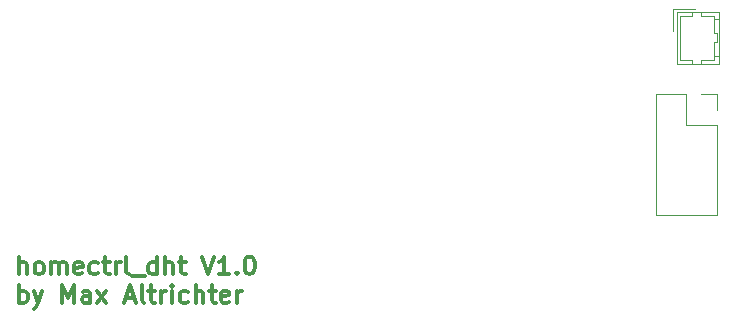
<source format=gbr>
%TF.GenerationSoftware,KiCad,Pcbnew,8.0.2*%
%TF.CreationDate,2024-06-01T14:05:18+02:00*%
%TF.ProjectId,dht,6468742e-6b69-4636-9164-5f7063625858,rev?*%
%TF.SameCoordinates,Original*%
%TF.FileFunction,Legend,Top*%
%TF.FilePolarity,Positive*%
%FSLAX46Y46*%
G04 Gerber Fmt 4.6, Leading zero omitted, Abs format (unit mm)*
G04 Created by KiCad (PCBNEW 8.0.2) date 2024-06-01 14:05:18*
%MOMM*%
%LPD*%
G01*
G04 APERTURE LIST*
%ADD10C,0.300000*%
%ADD11C,0.120000*%
G04 APERTURE END LIST*
D10*
X109054510Y-103635912D02*
X109054510Y-102135912D01*
X109697368Y-103635912D02*
X109697368Y-102850198D01*
X109697368Y-102850198D02*
X109625939Y-102707341D01*
X109625939Y-102707341D02*
X109483082Y-102635912D01*
X109483082Y-102635912D02*
X109268796Y-102635912D01*
X109268796Y-102635912D02*
X109125939Y-102707341D01*
X109125939Y-102707341D02*
X109054510Y-102778769D01*
X110625939Y-103635912D02*
X110483082Y-103564484D01*
X110483082Y-103564484D02*
X110411653Y-103493055D01*
X110411653Y-103493055D02*
X110340225Y-103350198D01*
X110340225Y-103350198D02*
X110340225Y-102921626D01*
X110340225Y-102921626D02*
X110411653Y-102778769D01*
X110411653Y-102778769D02*
X110483082Y-102707341D01*
X110483082Y-102707341D02*
X110625939Y-102635912D01*
X110625939Y-102635912D02*
X110840225Y-102635912D01*
X110840225Y-102635912D02*
X110983082Y-102707341D01*
X110983082Y-102707341D02*
X111054511Y-102778769D01*
X111054511Y-102778769D02*
X111125939Y-102921626D01*
X111125939Y-102921626D02*
X111125939Y-103350198D01*
X111125939Y-103350198D02*
X111054511Y-103493055D01*
X111054511Y-103493055D02*
X110983082Y-103564484D01*
X110983082Y-103564484D02*
X110840225Y-103635912D01*
X110840225Y-103635912D02*
X110625939Y-103635912D01*
X111768796Y-103635912D02*
X111768796Y-102635912D01*
X111768796Y-102778769D02*
X111840225Y-102707341D01*
X111840225Y-102707341D02*
X111983082Y-102635912D01*
X111983082Y-102635912D02*
X112197368Y-102635912D01*
X112197368Y-102635912D02*
X112340225Y-102707341D01*
X112340225Y-102707341D02*
X112411654Y-102850198D01*
X112411654Y-102850198D02*
X112411654Y-103635912D01*
X112411654Y-102850198D02*
X112483082Y-102707341D01*
X112483082Y-102707341D02*
X112625939Y-102635912D01*
X112625939Y-102635912D02*
X112840225Y-102635912D01*
X112840225Y-102635912D02*
X112983082Y-102707341D01*
X112983082Y-102707341D02*
X113054511Y-102850198D01*
X113054511Y-102850198D02*
X113054511Y-103635912D01*
X114340225Y-103564484D02*
X114197368Y-103635912D01*
X114197368Y-103635912D02*
X113911654Y-103635912D01*
X113911654Y-103635912D02*
X113768796Y-103564484D01*
X113768796Y-103564484D02*
X113697368Y-103421626D01*
X113697368Y-103421626D02*
X113697368Y-102850198D01*
X113697368Y-102850198D02*
X113768796Y-102707341D01*
X113768796Y-102707341D02*
X113911654Y-102635912D01*
X113911654Y-102635912D02*
X114197368Y-102635912D01*
X114197368Y-102635912D02*
X114340225Y-102707341D01*
X114340225Y-102707341D02*
X114411654Y-102850198D01*
X114411654Y-102850198D02*
X114411654Y-102993055D01*
X114411654Y-102993055D02*
X113697368Y-103135912D01*
X115697368Y-103564484D02*
X115554510Y-103635912D01*
X115554510Y-103635912D02*
X115268796Y-103635912D01*
X115268796Y-103635912D02*
X115125939Y-103564484D01*
X115125939Y-103564484D02*
X115054510Y-103493055D01*
X115054510Y-103493055D02*
X114983082Y-103350198D01*
X114983082Y-103350198D02*
X114983082Y-102921626D01*
X114983082Y-102921626D02*
X115054510Y-102778769D01*
X115054510Y-102778769D02*
X115125939Y-102707341D01*
X115125939Y-102707341D02*
X115268796Y-102635912D01*
X115268796Y-102635912D02*
X115554510Y-102635912D01*
X115554510Y-102635912D02*
X115697368Y-102707341D01*
X116125939Y-102635912D02*
X116697367Y-102635912D01*
X116340224Y-102135912D02*
X116340224Y-103421626D01*
X116340224Y-103421626D02*
X116411653Y-103564484D01*
X116411653Y-103564484D02*
X116554510Y-103635912D01*
X116554510Y-103635912D02*
X116697367Y-103635912D01*
X117197367Y-103635912D02*
X117197367Y-102635912D01*
X117197367Y-102921626D02*
X117268796Y-102778769D01*
X117268796Y-102778769D02*
X117340225Y-102707341D01*
X117340225Y-102707341D02*
X117483082Y-102635912D01*
X117483082Y-102635912D02*
X117625939Y-102635912D01*
X118340224Y-103635912D02*
X118197367Y-103564484D01*
X118197367Y-103564484D02*
X118125938Y-103421626D01*
X118125938Y-103421626D02*
X118125938Y-102135912D01*
X118554510Y-103778769D02*
X119697367Y-103778769D01*
X120697367Y-103635912D02*
X120697367Y-102135912D01*
X120697367Y-103564484D02*
X120554509Y-103635912D01*
X120554509Y-103635912D02*
X120268795Y-103635912D01*
X120268795Y-103635912D02*
X120125938Y-103564484D01*
X120125938Y-103564484D02*
X120054509Y-103493055D01*
X120054509Y-103493055D02*
X119983081Y-103350198D01*
X119983081Y-103350198D02*
X119983081Y-102921626D01*
X119983081Y-102921626D02*
X120054509Y-102778769D01*
X120054509Y-102778769D02*
X120125938Y-102707341D01*
X120125938Y-102707341D02*
X120268795Y-102635912D01*
X120268795Y-102635912D02*
X120554509Y-102635912D01*
X120554509Y-102635912D02*
X120697367Y-102707341D01*
X121411652Y-103635912D02*
X121411652Y-102135912D01*
X122054510Y-103635912D02*
X122054510Y-102850198D01*
X122054510Y-102850198D02*
X121983081Y-102707341D01*
X121983081Y-102707341D02*
X121840224Y-102635912D01*
X121840224Y-102635912D02*
X121625938Y-102635912D01*
X121625938Y-102635912D02*
X121483081Y-102707341D01*
X121483081Y-102707341D02*
X121411652Y-102778769D01*
X122554510Y-102635912D02*
X123125938Y-102635912D01*
X122768795Y-102135912D02*
X122768795Y-103421626D01*
X122768795Y-103421626D02*
X122840224Y-103564484D01*
X122840224Y-103564484D02*
X122983081Y-103635912D01*
X122983081Y-103635912D02*
X123125938Y-103635912D01*
X124554510Y-102135912D02*
X125054510Y-103635912D01*
X125054510Y-103635912D02*
X125554510Y-102135912D01*
X126840224Y-103635912D02*
X125983081Y-103635912D01*
X126411652Y-103635912D02*
X126411652Y-102135912D01*
X126411652Y-102135912D02*
X126268795Y-102350198D01*
X126268795Y-102350198D02*
X126125938Y-102493055D01*
X126125938Y-102493055D02*
X125983081Y-102564484D01*
X127483080Y-103493055D02*
X127554509Y-103564484D01*
X127554509Y-103564484D02*
X127483080Y-103635912D01*
X127483080Y-103635912D02*
X127411652Y-103564484D01*
X127411652Y-103564484D02*
X127483080Y-103493055D01*
X127483080Y-103493055D02*
X127483080Y-103635912D01*
X128483081Y-102135912D02*
X128625938Y-102135912D01*
X128625938Y-102135912D02*
X128768795Y-102207341D01*
X128768795Y-102207341D02*
X128840224Y-102278769D01*
X128840224Y-102278769D02*
X128911652Y-102421626D01*
X128911652Y-102421626D02*
X128983081Y-102707341D01*
X128983081Y-102707341D02*
X128983081Y-103064484D01*
X128983081Y-103064484D02*
X128911652Y-103350198D01*
X128911652Y-103350198D02*
X128840224Y-103493055D01*
X128840224Y-103493055D02*
X128768795Y-103564484D01*
X128768795Y-103564484D02*
X128625938Y-103635912D01*
X128625938Y-103635912D02*
X128483081Y-103635912D01*
X128483081Y-103635912D02*
X128340224Y-103564484D01*
X128340224Y-103564484D02*
X128268795Y-103493055D01*
X128268795Y-103493055D02*
X128197366Y-103350198D01*
X128197366Y-103350198D02*
X128125938Y-103064484D01*
X128125938Y-103064484D02*
X128125938Y-102707341D01*
X128125938Y-102707341D02*
X128197366Y-102421626D01*
X128197366Y-102421626D02*
X128268795Y-102278769D01*
X128268795Y-102278769D02*
X128340224Y-102207341D01*
X128340224Y-102207341D02*
X128483081Y-102135912D01*
X109054510Y-106050828D02*
X109054510Y-104550828D01*
X109054510Y-105122257D02*
X109197368Y-105050828D01*
X109197368Y-105050828D02*
X109483082Y-105050828D01*
X109483082Y-105050828D02*
X109625939Y-105122257D01*
X109625939Y-105122257D02*
X109697368Y-105193685D01*
X109697368Y-105193685D02*
X109768796Y-105336542D01*
X109768796Y-105336542D02*
X109768796Y-105765114D01*
X109768796Y-105765114D02*
X109697368Y-105907971D01*
X109697368Y-105907971D02*
X109625939Y-105979400D01*
X109625939Y-105979400D02*
X109483082Y-106050828D01*
X109483082Y-106050828D02*
X109197368Y-106050828D01*
X109197368Y-106050828D02*
X109054510Y-105979400D01*
X110268796Y-105050828D02*
X110625939Y-106050828D01*
X110983082Y-105050828D02*
X110625939Y-106050828D01*
X110625939Y-106050828D02*
X110483082Y-106407971D01*
X110483082Y-106407971D02*
X110411653Y-106479400D01*
X110411653Y-106479400D02*
X110268796Y-106550828D01*
X112697367Y-106050828D02*
X112697367Y-104550828D01*
X112697367Y-104550828D02*
X113197367Y-105622257D01*
X113197367Y-105622257D02*
X113697367Y-104550828D01*
X113697367Y-104550828D02*
X113697367Y-106050828D01*
X115054511Y-106050828D02*
X115054511Y-105265114D01*
X115054511Y-105265114D02*
X114983082Y-105122257D01*
X114983082Y-105122257D02*
X114840225Y-105050828D01*
X114840225Y-105050828D02*
X114554511Y-105050828D01*
X114554511Y-105050828D02*
X114411653Y-105122257D01*
X115054511Y-105979400D02*
X114911653Y-106050828D01*
X114911653Y-106050828D02*
X114554511Y-106050828D01*
X114554511Y-106050828D02*
X114411653Y-105979400D01*
X114411653Y-105979400D02*
X114340225Y-105836542D01*
X114340225Y-105836542D02*
X114340225Y-105693685D01*
X114340225Y-105693685D02*
X114411653Y-105550828D01*
X114411653Y-105550828D02*
X114554511Y-105479400D01*
X114554511Y-105479400D02*
X114911653Y-105479400D01*
X114911653Y-105479400D02*
X115054511Y-105407971D01*
X115625939Y-106050828D02*
X116411654Y-105050828D01*
X115625939Y-105050828D02*
X116411654Y-106050828D01*
X118054511Y-105622257D02*
X118768797Y-105622257D01*
X117911654Y-106050828D02*
X118411654Y-104550828D01*
X118411654Y-104550828D02*
X118911654Y-106050828D01*
X119625939Y-106050828D02*
X119483082Y-105979400D01*
X119483082Y-105979400D02*
X119411653Y-105836542D01*
X119411653Y-105836542D02*
X119411653Y-104550828D01*
X119983082Y-105050828D02*
X120554510Y-105050828D01*
X120197367Y-104550828D02*
X120197367Y-105836542D01*
X120197367Y-105836542D02*
X120268796Y-105979400D01*
X120268796Y-105979400D02*
X120411653Y-106050828D01*
X120411653Y-106050828D02*
X120554510Y-106050828D01*
X121054510Y-106050828D02*
X121054510Y-105050828D01*
X121054510Y-105336542D02*
X121125939Y-105193685D01*
X121125939Y-105193685D02*
X121197368Y-105122257D01*
X121197368Y-105122257D02*
X121340225Y-105050828D01*
X121340225Y-105050828D02*
X121483082Y-105050828D01*
X121983081Y-106050828D02*
X121983081Y-105050828D01*
X121983081Y-104550828D02*
X121911653Y-104622257D01*
X121911653Y-104622257D02*
X121983081Y-104693685D01*
X121983081Y-104693685D02*
X122054510Y-104622257D01*
X122054510Y-104622257D02*
X121983081Y-104550828D01*
X121983081Y-104550828D02*
X121983081Y-104693685D01*
X123340225Y-105979400D02*
X123197367Y-106050828D01*
X123197367Y-106050828D02*
X122911653Y-106050828D01*
X122911653Y-106050828D02*
X122768796Y-105979400D01*
X122768796Y-105979400D02*
X122697367Y-105907971D01*
X122697367Y-105907971D02*
X122625939Y-105765114D01*
X122625939Y-105765114D02*
X122625939Y-105336542D01*
X122625939Y-105336542D02*
X122697367Y-105193685D01*
X122697367Y-105193685D02*
X122768796Y-105122257D01*
X122768796Y-105122257D02*
X122911653Y-105050828D01*
X122911653Y-105050828D02*
X123197367Y-105050828D01*
X123197367Y-105050828D02*
X123340225Y-105122257D01*
X123983081Y-106050828D02*
X123983081Y-104550828D01*
X124625939Y-106050828D02*
X124625939Y-105265114D01*
X124625939Y-105265114D02*
X124554510Y-105122257D01*
X124554510Y-105122257D02*
X124411653Y-105050828D01*
X124411653Y-105050828D02*
X124197367Y-105050828D01*
X124197367Y-105050828D02*
X124054510Y-105122257D01*
X124054510Y-105122257D02*
X123983081Y-105193685D01*
X125125939Y-105050828D02*
X125697367Y-105050828D01*
X125340224Y-104550828D02*
X125340224Y-105836542D01*
X125340224Y-105836542D02*
X125411653Y-105979400D01*
X125411653Y-105979400D02*
X125554510Y-106050828D01*
X125554510Y-106050828D02*
X125697367Y-106050828D01*
X126768796Y-105979400D02*
X126625939Y-106050828D01*
X126625939Y-106050828D02*
X126340225Y-106050828D01*
X126340225Y-106050828D02*
X126197367Y-105979400D01*
X126197367Y-105979400D02*
X126125939Y-105836542D01*
X126125939Y-105836542D02*
X126125939Y-105265114D01*
X126125939Y-105265114D02*
X126197367Y-105122257D01*
X126197367Y-105122257D02*
X126340225Y-105050828D01*
X126340225Y-105050828D02*
X126625939Y-105050828D01*
X126625939Y-105050828D02*
X126768796Y-105122257D01*
X126768796Y-105122257D02*
X126840225Y-105265114D01*
X126840225Y-105265114D02*
X126840225Y-105407971D01*
X126840225Y-105407971D02*
X126125939Y-105550828D01*
X127483081Y-106050828D02*
X127483081Y-105050828D01*
X127483081Y-105336542D02*
X127554510Y-105193685D01*
X127554510Y-105193685D02*
X127625939Y-105122257D01*
X127625939Y-105122257D02*
X127768796Y-105050828D01*
X127768796Y-105050828D02*
X127911653Y-105050828D01*
D11*
%TO.C,J2*%
X166300000Y-81140000D02*
X164390000Y-81140000D01*
X164390000Y-81140000D02*
X164390000Y-83050000D01*
X168300000Y-81450000D02*
X164700000Y-81450000D01*
X166750000Y-81450000D02*
X166750000Y-81750000D01*
X166000000Y-81450000D02*
X166000000Y-81750000D01*
X164700000Y-81450000D02*
X164700000Y-85800000D01*
X167850000Y-81750000D02*
X167850000Y-82050000D01*
X166750000Y-81750000D02*
X167850000Y-81750000D01*
X166000000Y-81750000D02*
X165000000Y-81750000D01*
X165000000Y-81750000D02*
X165000000Y-85500000D01*
X167850000Y-82050000D02*
X168300000Y-82050000D01*
X167850000Y-82050000D02*
X167850000Y-83250000D01*
X168150000Y-83250000D02*
X168150000Y-84000000D01*
X167850000Y-83250000D02*
X168150000Y-83250000D01*
X168150000Y-84000000D02*
X167850000Y-84000000D01*
X167850000Y-84000000D02*
X167850000Y-85200000D01*
X167850000Y-85200000D02*
X168300000Y-85200000D01*
X167850000Y-85500000D02*
X167850000Y-85200000D01*
X166750000Y-85500000D02*
X167850000Y-85500000D01*
X166000000Y-85500000D02*
X166000000Y-85800000D01*
X165000000Y-85500000D02*
X166000000Y-85500000D01*
X168300000Y-85800000D02*
X168300000Y-81450000D01*
X166750000Y-85800000D02*
X166750000Y-85500000D01*
X164700000Y-85800000D02*
X168300000Y-85800000D01*
%TO.C,J1*%
X162920000Y-88370000D02*
X162920000Y-98650000D01*
X162920000Y-88370000D02*
X165520000Y-88370000D01*
X162920000Y-98650000D02*
X168120000Y-98650000D01*
X165520000Y-88370000D02*
X165520000Y-90970000D01*
X165520000Y-90970000D02*
X168120000Y-90970000D01*
X166790000Y-88370000D02*
X168120000Y-88370000D01*
X168120000Y-88370000D02*
X168120000Y-89700000D01*
X168120000Y-90970000D02*
X168120000Y-98650000D01*
%TD*%
M02*

</source>
